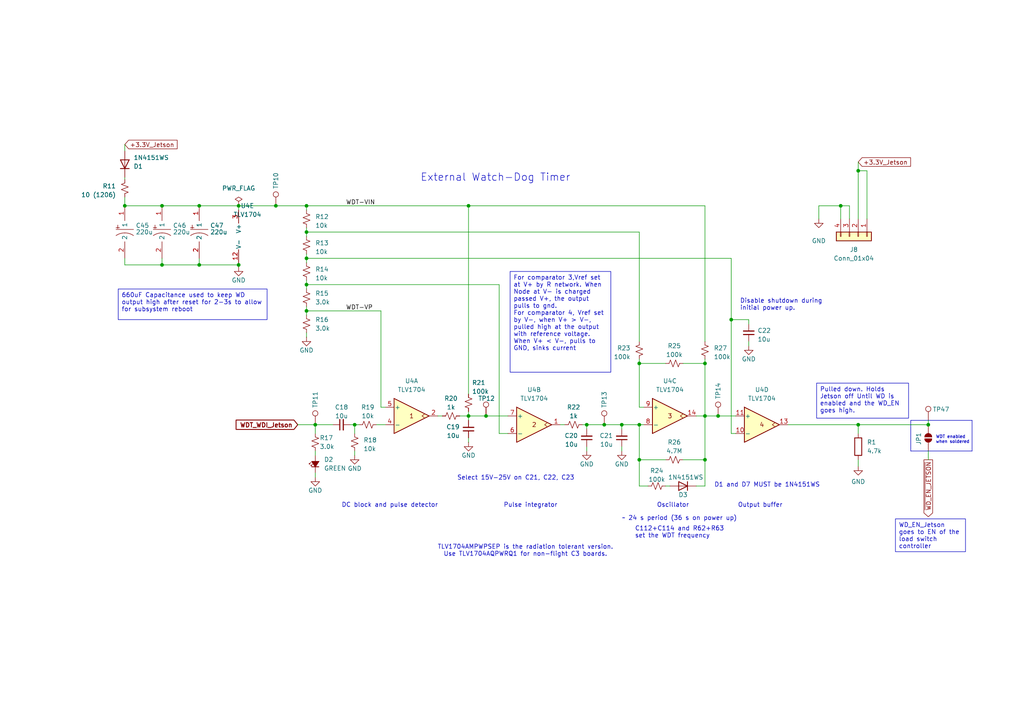
<source format=kicad_sch>
(kicad_sch (version 20250114) (generator "eeschema") (generator_version "9.0")
  (paper "A4")
  (lib_symbols
    (symbol "Connector:TestPoint" (pin_numbers (hide yes)) (pin_names (offset 0.762) (hide yes))
      (property "Reference" "TP" (at 0 6.858 0))
      (property "Value" "TestPoint" (at 0 5.08 0))
      (symbol "TestPoint_0_1"
        (circle (center 0 3.302) (radius 0.762))
      )
      (symbol "TestPoint_1_1"
        (pin passive line (at 0 0 90) (length 2.54) (name "1") (number "1"))
      )
    )
    (symbol "Connector_Generic:Conn_01x04" (pin_names (offset 1.016) (hide yes))
      (property "Reference" "J" (at 0 5.08 0))
      (property "Value" "Conn_01x04" (at 0 -7.62 0))
      (symbol "Conn_01x04_1_1"
        (rectangle (start -1.27 3.81) (end 1.27 -6.35) (stroke (width 0.254)) (fill (type background)))
        (rectangle (start -1.27 2.667) (end 0 2.413) (stroke (width 0.1524)))
        (rectangle (start -1.27 0.127) (end 0 -0.127) (stroke (width 0.1524)))
        (rectangle (start -1.27 -2.413) (end 0 -2.667) (stroke (width 0.1524)))
        (rectangle (start -1.27 -4.953) (end 0 -5.207) (stroke (width 0.1524)))
        (pin passive line (at -5.08 2.54 0) (length 3.81) (name "Pin_1") (number "1"))
        (pin passive line (at -5.08 0 0) (length 3.81) (name "Pin_2") (number "2"))
        (pin passive line (at -5.08 -2.54 0) (length 3.81) (name "Pin_3") (number "3"))
        (pin passive line (at -5.08 -5.08 0) (length 3.81) (name "Pin_4") (number "4"))
      )
    )
    (symbol "Device:C_Small" (pin_numbers (hide yes)) (pin_names (offset 0.254) (hide yes))
      (property "Reference" "C" (at 0.254 1.778 0))
      (property "Value" "C_Small" (at 0.254 -2.032 0))
      (symbol "C_Small_0_1"
        (polyline (pts (xy -1.524 0.508) (xy 1.524 0.508)) (stroke (width 0.3048)))
        (polyline (pts (xy -1.524 -0.508) (xy 1.524 -0.508)) (stroke (width 0.3302)))
      )
      (symbol "C_Small_1_1"
        (pin passive line (at 0 2.54 270) (length 2.032) (name "~") (number "1"))
        (pin passive line (at 0 -2.54 90) (length 2.032) (name "~") (number "2"))
      )
    )
    (symbol "Device:LED_Small_Filled" (pin_numbers (hide yes)) (pin_names (offset 0.254) (hide yes))
      (property "Reference" "D" (at -1.27 3.175 0))
      (property "Value" "LED_Small_Filled" (at -4.445 -2.54 0))
      (symbol "LED_Small_Filled_0_1"
        (polyline (pts (xy -0.762 -1.016) (xy -0.762 1.016)) (stroke (width 0.254)))
        (polyline (pts (xy 0 0.762) (xy -0.508 1.27) (xy -0.254 1.27) (xy -0.508 1.27) (xy -0.508 1.016)))
        (polyline (pts (xy 0.508 1.27) (xy 0 1.778) (xy 0.254 1.778) (xy 0 1.778) (xy 0 1.524)))
        (polyline (pts (xy 0.762 -1.016) (xy -0.762 0) (xy 0.762 1.016) (xy 0.762 -1.016)) (stroke (width 0.254)) (fill (type outline)))
        (polyline (pts (xy 1.016 0) (xy -0.762 0)))
      )
      (symbol "LED_Small_Filled_1_1"
        (pin passive line (at -2.54 0 0) (length 1.778) (name "K") (number "1"))
        (pin passive line (at 2.54 0 180) (length 1.778) (name "A") (number "2"))
      )
    )
    (symbol "Device:R" (pin_numbers (hide yes)) (pin_names (offset 0))
      (property "Reference" "R" (at 2.032 0 90))
      (property "Value" "R" (at 0 0 90))
      (symbol "R_0_1"
        (rectangle (start -1.016 -2.54) (end 1.016 2.54) (stroke (width 0.254)))
      )
      (symbol "R_1_1"
        (pin passive line (at 0 3.81 270) (length 1.27) (name "~") (number "1"))
        (pin passive line (at 0 -3.81 90) (length 1.27) (name "~") (number "2"))
      )
    )
    (symbol "Device:R_Small_US" (pin_numbers (hide yes)) (pin_names (offset 0.254) (hide yes))
      (property "Reference" "R" (at 0.762 0.508 0))
      (property "Value" "R_Small_US" (at 0.762 -1.016 0))
      (symbol "R_Small_US_1_1"
        (polyline (pts (xy 0 1.524) (xy 1.016 1.143) (xy 0 0.762) (xy -1.016 0.381) (xy 0 0)))
        (polyline (pts (xy 0 0) (xy 1.016 -0.381) (xy 0 -0.762) (xy -1.016 -1.143) (xy 0 -1.524)))
        (pin passive line (at 0 2.54 270) (length 1.016) (name "~") (number "1"))
        (pin passive line (at 0 -2.54 90) (length 1.016) (name "~") (number "2"))
      )
    )
    (symbol "EPS:1N4151WS" (pin_numbers (hide yes)) (pin_names (offset 1.016) (hide yes))
      (property "Reference" "D" (at 0 2.54 0))
      (property "Value" "1N4151WS" (at 0 -2.54 0))
      (symbol "1N4151WS_0_1"
        (polyline (pts (xy -1.27 1.27) (xy -1.27 -1.27)) (stroke (width 0.254)))
        (polyline (pts (xy 1.27 1.27) (xy 1.27 -1.27) (xy -1.27 0) (xy 1.27 1.27)) (stroke (width 0.254)))
        (polyline (pts (xy 1.27 0) (xy -1.27 0)))
      )
      (symbol "1N4151WS_1_1"
        (pin passive line (at -3.81 0 0) (length 2.54) (name "K") (number "1"))
        (pin passive line (at 3.81 0 180) (length 2.54) (name "A") (number "2"))
      )
    )
    (symbol "EPS:CA45-D-10V-220μF-K"
      (property "Reference" "C" (at 0 5.08 0))
      (property "Value" "220u" (at 0 -5.08 0))
      (symbol "CA45-D-10V-220μF-K_0_1"
        (arc (start -1.02 2.54) (mid -0.31 0.81) (end -0.25 0))
        (arc (start -0.25 0) (mid -0.27 -0.53) (end -1.02 -2.54))
        (polyline (pts (xy 0.76 2.54) (xy 0.76 -2.54)))
        (rectangle (start 1.02 2.03) (end 2.03 2.03) (fill (type background)))
        (rectangle (start 1.27 2.54) (end 1.27 1.52) (fill (type background)))
        (pin unspecified line (at -7.62 0 0) (length 4.826) (name "2") (number "2"))
        (pin unspecified line (at 7.62 0 180) (length 4.318) (name "1") (number "1"))
      )
    )
    (symbol "EPS:TLV1704AIPWR" (pin_names (offset 0.127))
      (property "Reference" "U13" (at 0 10.16 0))
      (property "Value" "TLV1704" (at 0 7.62 0))
      (symbol "TLV1704AIPWR_1_1"
        (polyline (pts (xy -5.08 5.08) (xy 5.08 0) (xy -5.08 -5.08) (xy -5.08 5.08)) (stroke (width 0.254)) (fill (type background)))
        (polyline (pts (xy 3.048 0) (xy 3.81 -0.635)))
        (polyline (pts (xy 3.81 0.635) (xy 3.048 0)))
        (text "1" (at 0 0 0) (effects (font (size 1.27 1.27))))
        (pin input line (at -7.62 2.54 0) (length 2.54) (name "+") (number "5"))
        (pin input line (at -7.62 -2.54 0) (length 2.54) (name "-") (number "4"))
        (pin open_collector line (at 7.62 0 180) (length 2.54) (name "~") (number "2"))
      )
      (symbol "TLV1704AIPWR_2_1"
        (polyline (pts (xy -5.08 5.08) (xy 5.08 0) (xy -5.08 -5.08) (xy -5.08 5.08)) (stroke (width 0.254)) (fill (type background)))
        (polyline (pts (xy 3.048 0) (xy 3.81 -0.635)))
        (polyline (pts (xy 3.81 0.635) (xy 3.048 0)))
        (text "2" (at 0 0 0) (effects (font (size 1.27 1.27))))
        (pin input line (at -7.62 2.54 0) (length 2.54) (name "+") (number "7"))
        (pin input line (at -7.62 -2.54 0) (length 2.54) (name "-") (number "6"))
        (pin open_collector line (at 7.62 0 180) (length 2.54) (name "~") (number "1"))
      )
      (symbol "TLV1704AIPWR_3_1"
        (polyline (pts (xy -5.08 5.08) (xy 5.08 0) (xy -5.08 -5.08) (xy -5.08 5.08)) (stroke (width 0.254)) (fill (type background)))
        (polyline (pts (xy 3.048 0) (xy 3.81 -0.635)))
        (polyline (pts (xy 3.81 0.635) (xy 3.048 0)))
        (text "3" (at 0 0 0) (effects (font (size 1.27 1.27))))
        (pin input line (at -7.62 2.54 0) (length 2.54) (name "+") (number "9"))
        (pin input line (at -7.62 -2.54 0) (length 2.54) (name "-") (number "8"))
        (pin open_collector line (at 7.62 0 180) (length 2.54) (name "~") (number "14"))
      )
      (symbol "TLV1704AIPWR_4_1"
        (polyline (pts (xy -5.08 5.08) (xy 5.08 0) (xy -5.08 -5.08) (xy -5.08 5.08)) (stroke (width 0.254)) (fill (type background)))
        (polyline (pts (xy 3.048 0) (xy 3.81 -0.635)))
        (polyline (pts (xy 3.81 0.635) (xy 3.048 0)))
        (text "4" (at 0 0 0) (effects (font (size 1.27 1.27))))
        (pin input line (at -7.62 2.54 0) (length 2.54) (name "+") (number "11"))
        (pin input line (at -7.62 -2.54 0) (length 2.54) (name "-") (number "10"))
        (pin open_collector line (at 7.62 0 180) (length 2.54) (name "~") (number "13"))
      )
      (symbol "TLV1704AIPWR_5_1"
        (pin power_in line (at -2.54 7.62 270) (length 3.81) (name "V+") (number "3"))
        (pin power_in line (at -2.54 -7.62 90) (length 3.81) (name "V-") (number "12"))
      )
    )
    (symbol "Jumper:SolderJumper_2_Open" (pin_numbers (hide yes)) (pin_names (offset 0) (hide yes)) (exclude_from_sim yes) (in_bom no)
      (property "Reference" "JP" (at 0 2.032 0))
      (property "Value" "SolderJumper_2_Open" (at 0 -2.54 0))
      (symbol "SolderJumper_2_Open_0_1"
        (polyline (pts (xy -0.254 1.016) (xy -0.254 -1.016)))
        (arc (start -0.254 -1.016) (mid -1.2656 0) (end -0.254 1.016))
        (arc (start -0.254 -1.016) (mid -1.2656 0) (end -0.254 1.016) (fill (type outline)))
        (arc (start 0.254 1.016) (mid 1.2656 0) (end 0.254 -1.016))
        (arc (start 0.254 1.016) (mid 1.2656 0) (end 0.254 -1.016) (fill (type outline)))
        (polyline (pts (xy 0.254 1.016) (xy 0.254 -1.016)))
      )
      (symbol "SolderJumper_2_Open_1_1"
        (pin passive line (at -3.81 0 0) (length 2.54) (name "A") (number "1"))
        (pin passive line (at 3.81 0 180) (length 2.54) (name "B") (number "2"))
      )
    )
    (symbol "power:GND" (power) (pin_numbers (hide yes)) (pin_names (offset 0) (hide yes))
      (property "Value" "GND" (at 0 -3.81 0))
      (symbol "GND_0_1"
        (polyline (pts (xy 0 0) (xy 0 -1.27) (xy 1.27 -1.27) (xy 0 -2.54) (xy -1.27 -1.27) (xy 0 -1.27)))
      )
      (symbol "GND_1_1"
        (pin power_in line (at 0 0 270) (length 0) (name "~") (number "1"))
      )
    )
    (symbol "power:PWR_FLAG" (power) (pin_numbers (hide yes)) (pin_names (offset 0) (hide yes))
      (property "Value" "PWR_FLAG" (at 0 3.81 0))
      (symbol "PWR_FLAG_0_0"
        (pin power_out line (at 0 0 90) (length 0) (name "~") (number "1"))
      )
      (symbol "PWR_FLAG_0_1"
        (polyline (pts (xy 0 0) (xy 0 1.27) (xy -1.016 1.905) (xy 0 2.54) (xy 1.016 1.905) (xy 0 1.27)))
      )
    )
  )
  (text "TLV1704AMPWPSEP is the radiation tolerant version.\nUse TLV1704AQPWRQ1 for non-flight C3 boards." (at 152.4 159.766 0) (effects (font (size 1.27 1.27))))
  (text "Oscillator" (at 190.5 147.32 0) (effects (font (size 1.27 1.27)) (justify left bottom)))
  (text "External Watch-Dog Timer" (at 121.92 52.832 0) (effects (font (size 2.159 2.159)) (justify left bottom)))
  (text "Disable shutdown during\ninitial power up." (at 214.63 90.17 0) (effects (font (size 1.27 1.27)) (justify left bottom)))
  (text "Pulse integrator" (at 146.05 147.32 0) (effects (font (size 1.27 1.27)) (justify left bottom)))
  (text "C112+C114 and R62+R63 \nset the WDT frequency" (at 184.15 156.21 0) (effects (font (size 1.27 1.27)) (justify left bottom)))
  (text "~ 24 s period (36 s on power up)" (at 180.34 151.13 0) (effects (font (size 1.27 1.27)) (justify left bottom)))
  (text "D1 and D7 MUST be 1N4151WS" (at 222.504 140.716 0) (effects (font (size 1.27 1.27))))
  (text "Select 15V-25V on C21, C22, C23" (at 149.606 138.684 0) (effects (font (size 1.27 1.27))))
  (text "Output buffer" (at 213.995 147.32 0) (effects (font (size 1.27 1.27)) (justify left bottom)))
  (text "WDT enabled\nwhen soldered" (at 271.399 128.778 0) (effects (font (size 0.889 0.889)) (justify left bottom)))
  (text "DC block and pulse detector" (at 99.06 147.32 0) (effects (font (size 1.27 1.27)) (justify left bottom)))
  (text_box "Pulled down. Holds Jetson off Until WD is enabled and the WD_EN goes high." (at 236.855 111.125 0) (size 26.67 10.16) (margins 0.9525 0.9525 0.9525 0.9525) (effects (font (size 1.27 1.27)) (justify left top)))
  (text_box "WD_EN_Jetson goes to EN of the load switch controller" (at 259.715 150.495 0) (size 20.32 9.525) (margins 0.9525 0.9525 0.9525 0.9525) (effects (font (size 1.27 1.27)) (justify left top)))
  (text_box "For comparator 3,Vref set at V+ by R network. When Node at V- is charged passed V+, the output pulls to gnd.\nFor comparator 4, Vref set by V-, when V+ > V-, pulled high at the output with reference voltage. When V+ < V-, pulls to GND, sinks current\n\n" (at 147.955 78.74 0) (size 29.21 29.21) (margins 0.9525 0.9525 0.9525 0.9525) (effects (font (size 1.27 1.27)) (justify left top)))
  (text_box "660uF Capacitance used to keep WD output high after reset for 2-3s to allow for subsystem reboot" (at 34.29 83.82 0) (size 43.18 8.89) (margins 0.9525 0.9525 0.9525 0.9525) (effects (font (size 1.27 1.27)) (justify left top)))
  (junction (at 46.99 59.69))
  (junction (at 102.87 123.19))
  (junction (at 204.47 120.65))
  (junction (at 88.9 74.93))
  (junction (at 204.47 105.41))
  (junction (at 88.9 90.17))
  (junction (at 204.47 133.35))
  (junction (at 185.42 105.41))
  (junction (at 185.42 133.35))
  (junction (at 180.34 123.19))
  (junction (at 57.785 76.835))
  (junction (at 248.92 49.53))
  (junction (at 243.84 59.69))
  (junction (at 269.24 123.19))
  (junction (at 80.01 59.69))
  (junction (at 135.89 59.69))
  (junction (at 185.42 123.19))
  (junction (at 88.9 59.69))
  (junction (at 91.44 123.19))
  (junction (at 175.26 123.19))
  (junction (at 69.215 76.835))
  (junction (at 170.18 123.19))
  (junction (at 57.785 59.69))
  (junction (at 212.09 92.71))
  (junction (at 46.99 76.835))
  (junction (at 140.97 120.65))
  (junction (at 135.89 120.65))
  (junction (at 88.9 67.31))
  (junction (at 208.28 120.65))
  (junction (at 36.195 59.69))
  (junction (at 248.92 123.19))
  (junction (at 69.215 59.69))
  (junction (at 88.9 82.55))
  (wire (pts (xy 88.9 82.55) (xy 88.9 83.82)))
  (wire (pts (xy 57.785 76.835) (xy 69.215 76.835)))
  (wire (pts (xy 88.9 90.17) (xy 88.9 91.44)))
  (wire (pts (xy 69.215 76.835) (xy 69.215 76.2)))
  (wire (pts (xy 217.17 100.33) (xy 217.17 99.06)))
  (wire (pts (xy 243.84 59.69) (xy 237.49 59.69)))
  (wire (pts (xy 180.34 123.19) (xy 185.42 123.19)))
  (wire (pts (xy 69.215 77.47) (xy 69.215 76.835)))
  (wire (pts (xy 88.9 90.17) (xy 110.49 90.17)))
  (wire (pts (xy 204.47 120.65) (xy 208.28 120.65)))
  (wire (pts (xy 46.99 76.835) (xy 57.785 76.835)))
  (wire (pts (xy 135.89 120.65) (xy 140.97 120.65)))
  (wire (pts (xy 204.47 140.97) (xy 204.47 133.35)))
  (wire (pts (xy 36.195 76.835) (xy 46.99 76.835)))
  (wire (pts (xy 140.97 120.65) (xy 147.32 120.65)))
  (wire (pts (xy 88.9 82.55) (xy 144.78 82.55)))
  (wire (pts (xy 110.49 90.17) (xy 110.49 118.11)))
  (wire (pts (xy 162.56 123.19) (xy 163.83 123.19)))
  (wire (pts (xy 88.9 67.31) (xy 185.42 67.31)))
  (wire (pts (xy 248.92 133.35) (xy 248.92 135.255)))
  (wire (pts (xy 212.09 92.71) (xy 217.17 92.71)))
  (wire (pts (xy 36.195 41.91) (xy 36.195 43.815)))
  (wire (pts (xy 88.9 81.28) (xy 88.9 82.55)))
  (wire (pts (xy 248.92 49.53) (xy 251.46 49.53)))
  (wire (pts (xy 212.09 92.71) (xy 212.09 125.73)))
  (wire (pts (xy 86.36 123.19) (xy 91.44 123.19)))
  (wire (pts (xy 204.47 104.14) (xy 204.47 105.41)))
  (wire (pts (xy 57.785 74.93) (xy 57.785 76.835)))
  (wire (pts (xy 217.17 93.98) (xy 217.17 92.71)))
  (wire (pts (xy 201.93 120.65) (xy 204.47 120.65)))
  (wire (pts (xy 193.04 140.97) (xy 194.31 140.97)))
  (wire (pts (xy 248.92 63.5) (xy 248.92 49.53)))
  (wire (pts (xy 102.87 130.81) (xy 102.87 132.08)))
  (wire (pts (xy 204.47 105.41) (xy 204.47 120.65)))
  (wire (pts (xy 133.35 120.65) (xy 135.89 120.65)))
  (wire (pts (xy 246.38 59.69) (xy 246.38 63.5)))
  (wire (pts (xy 185.42 140.97) (xy 187.96 140.97)))
  (wire (pts (xy 269.24 130.81) (xy 269.24 133.35)))
  (wire (pts (xy 88.9 88.9) (xy 88.9 90.17)))
  (wire (pts (xy 46.99 59.69) (xy 57.785 59.69)))
  (wire (pts (xy 185.42 104.14) (xy 185.42 105.41)))
  (wire (pts (xy 243.84 63.5) (xy 243.84 59.69)))
  (wire (pts (xy 185.42 140.97) (xy 185.42 133.35)))
  (wire (pts (xy 135.89 128.27) (xy 135.89 127)))
  (wire (pts (xy 88.9 73.66) (xy 88.9 74.93)))
  (wire (pts (xy 91.44 125.73) (xy 91.44 123.19)))
  (wire (pts (xy 170.18 123.19) (xy 175.26 123.19)))
  (wire (pts (xy 36.195 59.69) (xy 46.99 59.69)))
  (wire (pts (xy 201.93 140.97) (xy 204.47 140.97)))
  (wire (pts (xy 185.42 99.06) (xy 185.42 67.31)))
  (wire (pts (xy 91.44 130.81) (xy 91.44 132.08)))
  (polyline (pts (xy 264.16 121.92) (xy 281.94 121.92)))
  (wire (pts (xy 175.26 123.19) (xy 180.34 123.19)))
  (polyline (pts (xy 264.16 130.81) (xy 264.16 121.92)))
  (wire (pts (xy 69.215 59.69) (xy 69.215 60.96)))
  (wire (pts (xy 185.42 118.11) (xy 185.42 105.41)))
  (wire (pts (xy 193.04 133.35) (xy 185.42 133.35)))
  (wire (pts (xy 248.92 123.19) (xy 269.24 123.19)))
  (wire (pts (xy 135.89 59.69) (xy 135.89 114.3)))
  (wire (pts (xy 135.89 120.65) (xy 135.89 121.92)))
  (wire (pts (xy 208.28 120.65) (xy 213.36 120.65)))
  (wire (pts (xy 102.87 123.19) (xy 102.87 125.73)))
  (wire (pts (xy 135.89 120.65) (xy 135.89 119.38)))
  (wire (pts (xy 248.92 123.19) (xy 248.92 125.73)))
  (wire (pts (xy 212.09 74.93) (xy 212.09 92.71)))
  (wire (pts (xy 198.12 133.35) (xy 204.47 133.35)))
  (wire (pts (xy 88.9 74.93) (xy 212.09 74.93)))
  (wire (pts (xy 228.6 123.19) (xy 248.92 123.19)))
  (wire (pts (xy 88.9 67.31) (xy 88.9 68.58)))
  (wire (pts (xy 80.01 59.69) (xy 88.9 59.69)))
  (wire (pts (xy 88.9 96.52) (xy 88.9 97.79)))
  (wire (pts (xy 69.215 59.69) (xy 80.01 59.69)))
  (wire (pts (xy 135.89 59.69) (xy 88.9 59.69)))
  (wire (pts (xy 170.18 123.19) (xy 170.18 124.46)))
  (wire (pts (xy 198.12 105.41) (xy 204.47 105.41)))
  (wire (pts (xy 180.34 124.46) (xy 180.34 123.19)))
  (wire (pts (xy 135.89 59.69) (xy 204.47 59.69)))
  (polyline (pts (xy 281.94 121.92) (xy 281.94 130.81)))
  (wire (pts (xy 88.9 60.96) (xy 88.9 59.69)))
  (wire (pts (xy 269.24 121.92) (xy 269.24 123.19)))
  (wire (pts (xy 91.44 138.43) (xy 91.44 137.16)))
  (wire (pts (xy 185.42 133.35) (xy 185.42 123.19)))
  (wire (pts (xy 88.9 74.93) (xy 88.9 76.2)))
  (wire (pts (xy 144.78 125.73) (xy 147.32 125.73)))
  (wire (pts (xy 180.34 130.81) (xy 180.34 129.54)))
  (wire (pts (xy 144.78 82.55) (xy 144.78 125.73)))
  (wire (pts (xy 185.42 105.41) (xy 193.04 105.41)))
  (wire (pts (xy 237.49 59.69) (xy 237.49 63.5)))
  (wire (pts (xy 127 120.65) (xy 128.27 120.65)))
  (wire (pts (xy 168.91 123.19) (xy 170.18 123.19)))
  (wire (pts (xy 57.785 59.69) (xy 69.215 59.69)))
  (wire (pts (xy 243.84 59.69) (xy 246.38 59.69)))
  (wire (pts (xy 36.195 57.15) (xy 36.195 59.69)))
  (wire (pts (xy 36.195 52.07) (xy 36.195 51.435)))
  (wire (pts (xy 170.18 130.81) (xy 170.18 129.54)))
  (wire (pts (xy 186.69 118.11) (xy 185.42 118.11)))
  (wire (pts (xy 101.6 123.19) (xy 102.87 123.19)))
  (wire (pts (xy 46.99 74.93) (xy 46.99 76.835)))
  (wire (pts (xy 102.87 123.19) (xy 104.14 123.19)))
  (wire (pts (xy 204.47 99.06) (xy 204.47 59.69)))
  (wire (pts (xy 248.92 49.53) (xy 248.92 46.99)))
  (wire (pts (xy 212.09 125.73) (xy 213.36 125.73)))
  (wire (pts (xy 204.47 133.35) (xy 204.47 120.65)))
  (wire (pts (xy 251.46 49.53) (xy 251.46 63.5)))
  (wire (pts (xy 88.9 66.04) (xy 88.9 67.31)))
  (wire (pts (xy 36.195 74.93) (xy 36.195 76.835)))
  (polyline (pts (xy 281.94 130.81) (xy 264.16 130.81)))
  (wire (pts (xy 185.42 123.19) (xy 186.69 123.19)))
  (wire (pts (xy 91.44 123.19) (xy 96.52 123.19)))
  (wire (pts (xy 110.49 118.11) (xy 111.76 118.11)))
  (wire (pts (xy 109.22 123.19) (xy 111.76 123.19)))
  (label "WDT-VP" (at 100.33 90.17 0))
  (label "WDT-VIN" (at 100.33 59.69 0))
  (global_label "+3.3V_Jetson" (shape input) (at 36.195 41.91 0) (property "Intersheetrefs" "${INTERSHEET_REFS}" (effects (hide yes))))
  (global_label "+3.3V_Jetson" (shape input) (at 248.92 46.99 0) (property "Intersheetrefs" "${INTERSHEET_REFS}" (effects (hide yes))))
  (global_label "~{WD_EN_JETSON}" (shape output) (at 269.24 133.35 270) (property "Intersheetrefs" "${INTERSHEET_REFS}" (effects (hide yes))))
  (global_label "WDT_WDI_Jetson" (shape input) (at 86.36 123.19 180) (effects (font (thickness 0.254) (bold yes))) (property "Intersheetrefs" "${INTERSHEET_REFS}" (effects (hide yes))))
  (symbol (lib_id "Device:C_Small") (at 135.89 124.46 0) (mirror x) (unit 1)
    (property "Reference" "C19" (at 133.35 123.8186 0) (effects (justify right)))
    (property "Value" "10u" (at 133.35 126.3586 0) (effects (justify right)))
    (property "Footprint" "Capacitor_SMD:C_1210_3225Metric" (effects (hide yes)))
    (property "Description" "Unpolarized capacitor, small symbol" (effects (hide yes)))
    (property "DPN" "490-12317-1-ND" (effects (hide yes)))
    (property "DST" "Digi-Key" (effects (hide yes)))
    (property "MFR" "Murata" (effects (hide yes)))
    (property "MPN" "GRT188R61C106KE13D" (effects (hide yes)))
  )
  (symbol (lib_id "Device:R_Small_US") (at 91.44 128.27 0) (unit 1)
    (property "Reference" "R17" (at 92.71 127 0) (effects (justify left)))
    (property "Value" "3.0k" (at 92.71 129.54 0) (effects (justify left)))
    (property "Footprint" "Resistor_SMD:R_0603_1608Metric" (effects (hide yes)))
    (property "Description" "Resistor, small US symbol" (effects (hide yes)))
    (property "DPN" "RMCF0603FT3K00CT-ND" (effects (hide yes)))
    (property "DST" "Digi-Key" (effects (hide yes)))
    (property "MFR" "Stackpole Electronics Inc" (effects (hide yes)))
    (property "MPN" "RMCF0603FT3K00" (effects (hide yes)))
    (property "LCSC" "C4211" (effects (hide yes)))
  )
  (symbol (lib_id "power:GND") (at 170.18 130.81 0) (mirror y) (unit 1)
    (property "Reference" "#PWR026" (effects (hide yes)))
    (property "Value" "GND" (at 170.18 134.62 0))
    (property "Description" "Power symbol creates a global label with name \"GND\" , ground" (effects (hide yes)))
  )
  (symbol (lib_id "power:GND") (at 102.87 132.08 0) (unit 1)
    (property "Reference" "#PWR023" (effects (hide yes)))
    (property "Value" "GND" (at 102.87 135.89 0))
    (property "Description" "Power symbol creates a global label with name \"GND\" , ground" (effects (hide yes)))
  )
  (symbol (lib_id "EPS:1N4151WS") (at 36.195 47.625 270) (mirror x) (unit 1)
    (property "Reference" "D1" (at 38.735 48.26 90) (effects (justify left)))
    (property "Value" "1N4151WS" (at 38.735 45.72 90) (effects (justify left)))
    (property "Footprint" "easyeda2kicad:SODFL2512X100N" (effects (hide yes)))
    (property "Datasheet" "https://www.vishay.com/docs/85412/1n4151wsg.pdf" (effects (hide yes)))
    (property "Description" "Diode" (effects (hide yes)))
    (property "DPN" "112-1N4151WS-E3-08CT-ND" (effects (hide yes)))
    (property "DST" "Digi-Key" (effects (hide yes)))
    (property "MFR" "Vishay" (effects (hide yes)))
    (property "MPN" "1N4151WS-E3-08" (effects (hide yes)))
    (property "Sim.Device" "D" (effects (hide yes)))
    (property "Sim.Pins" "1=K 2=A" (effects (hide yes)))
  )
  (symbol (lib_id "EPS:TLV1704AIPWR") (at 71.755 68.58 0) (unit 5)
    (property "Reference" "U4" (at 71.755 59.69 0))
    (property "Value" "TLV1704" (at 71.755 62.23 0))
    (property "Footprint" "Package_SO:TSSOP-14_4.4x5mm_P0.65mm" (effects (hide yes)))
    (property "Datasheet" "https://www.ti.com/lit/ds/symlink/tlv1704-sep.pdf" (effects (hide yes)))
    (property "Description" "Analog Comparators 2.2-V to 36-V, radiation tolerant microPower quad comparator in space enhanced plastic 14-TSSOP -55 to 125" (effects (hide yes)))
    (property "MFR" "Texas Instruments" (effects (hide yes)))
    (property "MPN" "TLV1704AQPWRQ1" (effects (hide yes)))
    (property "DST" "Digi-Key" (effects (hide yes)))
    (property "DPN" "296-43799-2-ND" (effects (hide yes)))
    (property "LCSC" "C181596" (effects (hide yes)))
  )
  (symbol (lib_id "Connector:TestPoint") (at 175.26 123.19 0) (unit 1)
    (property "Reference" "TP13" (at 175.26 118.364 90) (effects (justify left)))
    (property "Value" "TestPoint" (effects (hide yes)))
    (property "Footprint" "TestPoint:TestPoint_Pad_1.0x1.0mm" (effects (hide yes)))
    (property "Description" "test point" (effects (hide yes)))
  )
  (symbol (lib_id "Device:R_Small_US") (at 88.9 71.12 0) (unit 1)
    (property "Reference" "R13" (at 91.44 70.485 0) (effects (justify left)))
    (property "Value" "10k" (at 91.44 73.025 0) (effects (justify left)))
    (property "Footprint" "Resistor_SMD:R_0603_1608Metric" (effects (hide yes)))
    (property "Description" "Resistor, small US symbol" (effects (hide yes)))
    (property "DPN" "RMCF0603FT10K0CT-ND" (effects (hide yes)))
    (property "DST" "Digi-Key" (effects (hide yes)))
    (property "MFR" "Stackpole Electronics Inc" (effects (hide yes)))
    (property "MPN" "RMCF0603FT10K0" (effects (hide yes)))
    (property "LCSC" "C13564" (effects (hide yes)))
  )
  (symbol (lib_id "Connector_Generic:Conn_01x04") (at 248.92 68.58 270) (unit 1)
    (property "Reference" "J8" (at 247.65 72.39 90))
    (property "Value" "Conn_01x04" (at 247.65 74.93 90))
    (property "Footprint" "Connector_PinSocket_2.54mm:PinSocket_1x04_P2.54mm_Vertical" (effects (hide yes)))
    (property "Description" "Generic connector, single row, 01x04, script generated (kicad-library-utils/schlib/autogen/connector/)" (effects (hide yes)))
  )
  (symbol (lib_id "Connector:TestPoint") (at 80.01 59.69 0) (unit 1)
    (property "Reference" "TP10" (at 80.01 54.864 90) (effects (justify left)))
    (property "Value" "TestPoint" (effects (hide yes)))
    (property "Footprint" "TestPoint:TestPoint_Pad_1.0x1.0mm" (effects (hide yes)))
    (property "Description" "test point" (effects (hide yes)))
  )
  (symbol (lib_id "Jumper:SolderJumper_2_Open") (at 269.24 127 270) (unit 1)
    (property "Reference" "JP1" (at 266.446 127.254 0))
    (property "Value" "SolderJumper_2_Open" (effects (hide yes)))
    (property "Footprint" "Jumper:SolderJumper-2_P1.3mm_Open_RoundedPad1.0x1.5mm" (effects (hide yes)))
    (property "Description" "Solder Jumper, 2-pole, open" (effects (hide yes)))
  )
  (symbol (lib_id "Device:R_Small_US") (at 185.42 101.6 0) (mirror x) (unit 1)
    (property "Reference" "R23" (at 182.88 100.965 0) (effects (justify right)))
    (property "Value" "100k" (at 182.88 103.505 0) (effects (justify right)))
    (property "Footprint" "Resistor_SMD:R_0603_1608Metric" (effects (hide yes)))
    (property "Description" "Resistor, small US symbol" (effects (hide yes)))
    (property "DPN" "RMCF0603FT100KCT-ND" (effects (hide yes)))
    (property "DST" "Digi-Key" (effects (hide yes)))
    (property "MFR" "Stackpole Electronics Inc" (effects (hide yes)))
    (property "MPN" "RMCF0603FT100K" (effects (hide yes)))
    (property "LCSC" "C14675" (effects (hide yes)))
  )
  (symbol (lib_id "EPS:CA45-D-10V-220μF-K") (at 46.99 67.31 90) (unit 1)
    (property "Reference" "C46" (at 50.165 65.405 90) (effects (justify right)))
    (property "Value" "220u" (at 50.165 67.31 90) (effects (justify right)))
    (property "Footprint" "EPS:CASE-D_7343" (effects (hide yes)))
    (property "Datasheet" "https://lcsc.com/product-detail/Tantalum-Capacitors_220uF-227-10-10V_C171665.html" (effects (hide yes)))
    (property "Description" "CA45-D-10V-220μF-K" (effects (hide yes)))
    (property "LCSC Part" "C171665" (effects (hide yes)))
  )
  (symbol (lib_id "power:GND") (at 248.92 135.255 0) (unit 1)
    (property "Reference" "#PWR09" (effects (hide yes)))
    (property "Value" "GND" (at 248.92 139.7 0))
    (property "Description" "Power symbol creates a global label with name \"GND\" , ground" (effects (hide yes)))
  )
  (symbol (lib_id "Device:R_Small_US") (at 88.9 78.74 0) (unit 1)
    (property "Reference" "R14" (at 91.44 78.105 0) (effects (justify left)))
    (property "Value" "10k" (at 91.44 80.645 0) (effects (justify left)))
    (property "Footprint" "Resistor_SMD:R_0603_1608Metric" (effects (hide yes)))
    (property "Description" "Resistor, small US symbol" (effects (hide yes)))
    (property "DPN" "RMCF0603FT10K0CT-ND" (effects (hide yes)))
    (property "DST" "Digi-Key" (effects (hide yes)))
    (property "MFR" "Stackpole Electronics Inc" (effects (hide yes)))
    (property "MPN" "RMCF0603FT10K0" (effects (hide yes)))
    (property "LCSC" "C13564" (effects (hide yes)))
  )
  (symbol (lib_id "Device:LED_Small_Filled") (at 91.44 134.62 90) (unit 1)
    (property "Reference" "D2" (at 93.98 133.2865 90) (effects (justify right)))
    (property "Value" "GREEN" (at 93.98 135.8265 90) (effects (justify right)))
    (property "Footprint" "LED_SMD:LED_0603_1608Metric" (effects (hide yes)))
    (property "Description" "Light emitting diode, small symbol, filled shape" (effects (hide yes)))
    (property "DPN" "732-4971-1-ND" (effects (hide yes)))
    (property "DST" "Digi-Key" (effects (hide yes)))
    (property "MFR" "Wurth" (effects (hide yes)))
    (property "MPN" "150060GS75000" (effects (hide yes)))
    (property "Sim.Pins" "1=K 2=A" (effects (hide yes)))
  )
  (symbol (lib_id "Device:R_Small_US") (at 88.9 63.5 0) (unit 1)
    (property "Reference" "R12" (at 91.44 62.865 0) (effects (justify left)))
    (property "Value" "10k" (at 91.44 65.405 0) (effects (justify left)))
    (property "Footprint" "Resistor_SMD:R_0603_1608Metric" (effects (hide yes)))
    (property "Description" "Resistor, small US symbol" (effects (hide yes)))
    (property "DPN" "RMCF0603FT10K0CT-ND" (effects (hide yes)))
    (property "DST" "Digi-Key" (effects (hide yes)))
    (property "MFR" "Stackpole Electronics Inc" (effects (hide yes)))
    (property "MPN" "RMCF0603FT10K0" (effects (hide yes)))
    (property "LCSC" "C13564" (effects (hide yes)))
  )
  (symbol (lib_id "Device:C_Small") (at 170.18 127 0) (mirror x) (unit 1)
    (property "Reference" "C20" (at 167.64 126.3586 0) (effects (justify right)))
    (property "Value" "10u" (at 167.64 128.8986 0) (effects (justify right)))
    (property "Footprint" "Capacitor_SMD:C_1210_3225Metric" (effects (hide yes)))
    (property "Description" "Unpolarized capacitor, small symbol" (effects (hide yes)))
    (property "DPN" "490-12317-1-ND" (effects (hide yes)))
    (property "DST" "Digi-Key" (effects (hide yes)))
    (property "MFR" "Murata" (effects (hide yes)))
    (property "MPN" "GRT188R61C106KE13D" (effects (hide yes)))
  )
  (symbol (lib_id "power:PWR_FLAG") (at 69.215 59.69 0) (unit 1)
    (property "Reference" "#FLG05" (effects (hide yes)))
    (property "Value" "PWR_FLAG" (at 69.215 54.61 0))
    (property "Description" "Special symbol for telling ERC where power comes from" (effects (hide yes)))
  )
  (symbol (lib_id "Device:C_Small") (at 99.06 123.19 90) (unit 1)
    (property "Reference" "C18" (at 99.0663 118.11 90))
    (property "Value" "10u" (at 99.0663 120.65 90))
    (property "Footprint" "Capacitor_SMD:C_1210_3225Metric" (effects (hide yes)))
    (property "Description" "Unpolarized capacitor, small symbol" (effects (hide yes)))
    (property "DPN" "490-12317-1-ND" (effects (hide yes)))
    (property "DST" "Digi-Key" (effects (hide yes)))
    (property "MFR" "Murata" (effects (hide yes)))
    (property "MPN" "GRT188R61C106KE13D" (effects (hide yes)))
  )
  (symbol (lib_id "Connector:TestPoint") (at 140.97 120.65 0) (unit 1)
    (property "Reference" "TP12" (at 138.684 115.57 0) (effects (justify left)))
    (property "Value" "TestPoint" (effects (hide yes)))
    (property "Footprint" "TestPoint:TestPoint_Pad_1.0x1.0mm" (effects (hide yes)))
    (property "Description" "test point" (effects (hide yes)))
  )
  (symbol (lib_id "EPS:TLV1704AIPWR") (at 194.31 120.65 0) (unit 3)
    (property "Reference" "U4" (at 194.31 110.49 0))
    (property "Value" "TLV1704" (at 194.31 113.03 0))
    (property "Footprint" "Package_SO:TSSOP-14_4.4x5mm_P0.65mm" (effects (hide yes)))
    (property "Datasheet" "https://www.ti.com/lit/ds/symlink/tlv1704-sep.pdf" (effects (hide yes)))
    (property "Description" "Analog Comparators 2.2-V to 36-V, radiation tolerant microPower quad comparator in space enhanced plastic 14-TSSOP -55 to 125" (effects (hide yes)))
    (property "MFR" "Texas Instruments" (effects (hide yes)))
    (property "MPN" "TLV1704AQPWRQ1" (effects (hide yes)))
    (property "DST" "Digi-Key" (effects (hide yes)))
    (property "DPN" "296-43799-2-ND" (effects (hide yes)))
    (property "LCSC" "C181596" (effects (hide yes)))
  )
  (symbol (lib_id "EPS:TLV1704AIPWR") (at 154.94 123.19 0) (unit 2)
    (property "Reference" "U4" (at 154.94 113.03 0))
    (property "Value" "TLV1704" (at 154.94 115.57 0))
    (property "Footprint" "Package_SO:TSSOP-14_4.4x5mm_P0.65mm" (effects (hide yes)))
    (property "Datasheet" "https://www.ti.com/lit/ds/symlink/tlv1704-sep.pdf" (effects (hide yes)))
    (property "Description" "Analog Comparators 2.2-V to 36-V, radiation tolerant microPower quad comparator in space enhanced plastic 14-TSSOP -55 to 125" (effects (hide yes)))
    (property "MFR" "Texas Instruments" (effects (hide yes)))
    (property "MPN" "TLV1704AQPWRQ1" (effects (hide yes)))
    (property "DST" "Digi-Key" (effects (hide yes)))
    (property "DPN" "296-43799-2-ND" (effects (hide yes)))
    (property "LCSC" "C181596" (effects (hide yes)))
  )
  (symbol (lib_id "Device:R") (at 248.92 129.54 0) (unit 1)
    (property "Reference" "R1" (at 251.46 128.2699 0) (effects (justify left)))
    (property "Value" "4.7k" (at 251.46 130.8099 0) (effects (justify left)))
    (property "Description" "Resistor" (effects (hide yes)))
  )
  (symbol (lib_id "Device:R_Small_US") (at 88.9 86.36 0) (unit 1)
    (property "Reference" "R15" (at 91.44 85.09 0) (effects (justify left)))
    (property "Value" "3.0k" (at 91.44 87.63 0) (effects (justify left)))
    (property "Footprint" "Resistor_SMD:R_0603_1608Metric" (effects (hide yes)))
    (property "Description" "Resistor, small US symbol" (effects (hide yes)))
    (property "DPN" "RMCF0603FT3K00CT-ND" (effects (hide yes)))
    (property "DST" "Digi-Key" (effects (hide yes)))
    (property "MFR" "Stackpole Electronics Inc" (effects (hide yes)))
    (property "MPN" "RMCF0603FT3K00" (effects (hide yes)))
    (property "LCSC" "C4211" (effects (hide yes)))
  )
  (symbol (lib_id "Device:R_Small_US") (at 88.9 93.98 0) (unit 1)
    (property "Reference" "R16" (at 91.44 92.71 0) (effects (justify left)))
    (property "Value" "3.0k" (at 91.44 95.25 0) (effects (justify left)))
    (property "Footprint" "Resistor_SMD:R_0603_1608Metric" (effects (hide yes)))
    (property "Description" "Resistor, small US symbol" (effects (hide yes)))
    (property "DPN" "RMCF0603FT3K00CT-ND" (effects (hide yes)))
    (property "DST" "Digi-Key" (effects (hide yes)))
    (property "MFR" "Stackpole Electronics Inc" (effects (hide yes)))
    (property "MPN" "RMCF0603FT3K00" (effects (hide yes)))
    (property "LCSC" "C4211" (effects (hide yes)))
  )
  (symbol (lib_id "power:GND") (at 135.89 128.27 0) (unit 1)
    (property "Reference" "#PWR024" (effects (hide yes)))
    (property "Value" "GND" (at 135.89 132.08 0))
    (property "Description" "Power symbol creates a global label with name \"GND\" , ground" (effects (hide yes)))
  )
  (symbol (lib_id "Device:R_Small_US") (at 190.5 140.97 270) (unit 1)
    (property "Reference" "R24" (at 190.5 136.525 90))
    (property "Value" "100k" (at 190.5 139.065 90))
    (property "Footprint" "Resistor_SMD:R_0603_1608Metric" (effects (hide yes)))
    (property "Description" "Resistor, small US symbol" (effects (hide yes)))
    (property "DPN" "RMCF0603FT100KCT-ND" (effects (hide yes)))
    (property "DST" "Digi-Key" (effects (hide yes)))
    (property "MFR" "Stackpole Electronics Inc" (effects (hide yes)))
    (property "MPN" "RMCF0603FT100K" (effects (hide yes)))
    (property "LCSC" "C14675" (effects (hide yes)))
  )
  (symbol (lib_id "power:GND") (at 91.44 138.43 0) (unit 1)
    (property "Reference" "#PWR022" (effects (hide yes)))
    (property "Value" "GND" (at 91.44 142.24 0))
    (property "Description" "Power symbol creates a global label with name \"GND\" , ground" (effects (hide yes)))
  )
  (symbol (lib_id "EPS:1N4151WS") (at 198.12 140.97 180) (unit 1)
    (property "Reference" "D3" (at 198.12 143.51 0))
    (property "Value" "1N4151WS" (at 198.882 138.43 0))
    (property "Footprint" "easyeda2kicad:SODFL2512X100N" (effects (hide yes)))
    (property "Datasheet" "https://www.vishay.com/docs/85412/1n4151wsg.pdf" (effects (hide yes)))
    (property "Description" "Diode" (effects (hide yes)))
    (property "DPN" "112-1N4151WS-E3-08CT-ND" (effects (hide yes)))
    (property "DST" "Digi-Key" (effects (hide yes)))
    (property "MFR" "Vishay" (effects (hide yes)))
    (property "MPN" "1N4151WS-E3-08" (effects (hide yes)))
    (property "Sim.Device" "D" (effects (hide yes)))
    (property "Sim.Pins" "1=K 2=A" (effects (hide yes)))
  )
  (symbol (lib_id "power:GND") (at 217.17 100.33 0) (mirror y) (unit 1)
    (property "Reference" "#PWR029" (effects (hide yes)))
    (property "Value" "GND" (at 217.17 104.14 0))
    (property "Description" "Power symbol creates a global label with name \"GND\" , ground" (effects (hide yes)))
  )
  (symbol (lib_id "Device:R_Small_US") (at 130.81 120.65 90) (unit 1)
    (property "Reference" "R20" (at 130.81 115.57 90))
    (property "Value" "1k" (at 130.81 118.11 90))
    (property "Footprint" "Resistor_SMD:R_0603_1608Metric" (effects (hide yes)))
    (property "Description" "Resistor, small US symbol" (effects (hide yes)))
    (property "DPN" "RMCF0603FT1K00CT-ND" (effects (hide yes)))
    (property "DST" "Digi-Key" (effects (hide yes)))
    (property "MFR" "Stackpole Electronics Inc" (effects (hide yes)))
    (property "MPN" "RMCF0603FT1K00" (effects (hide yes)))
    (property "LCSC" "C13163" (effects (hide yes)))
  )
  (symbol (lib_id "Device:R_Small_US") (at 102.87 128.27 0) (unit 1)
    (property "Reference" "R18" (at 105.41 127.635 0) (effects (justify left)))
    (property "Value" "10k" (at 105.41 130.175 0) (effects (justify left)))
    (property "Footprint" "Resistor_SMD:R_0603_1608Metric" (effects (hide yes)))
    (property "Description" "Resistor, small US symbol" (effects (hide yes)))
    (property "DPN" "RMCF0603FT10K0CT-ND" (effects (hide yes)))
    (property "DST" "Digi-Key" (effects (hide yes)))
    (property "MFR" "Stackpole Electronics Inc" (effects (hide yes)))
    (property "MPN" "RMCF0603FT10K0" (effects (hide yes)))
    (property "LCSC" "C13564" (effects (hide yes)))
  )
  (symbol (lib_id "Device:R_Small_US") (at 36.195 54.61 0) (mirror y) (unit 1)
    (property "Reference" "R11" (at 33.655 53.975 0) (effects (justify left)))
    (property "Value" "10 (1206)" (at 33.655 56.515 0) (effects (justify left)))
    (property "Footprint" "Resistor_SMD:R_1206_3216Metric" (effects (hide yes)))
    (property "Description" "Resistor, small US symbol" (effects (hide yes)))
    (property "DPN" "RHM10.0AFCT-ND" (effects (hide yes)))
    (property "DST" "Digi-Key" (effects (hide yes)))
    (property "MFR" "Rohm Semiconductor" (effects (hide yes)))
    (property "MPN" "ESR18EZPF10R0" (effects (hide yes)))
    (property "LCSC" "C17903" (effects (hide yes)))
  )
  (symbol (lib_id "Connector:TestPoint") (at 269.24 121.92 0) (unit 1)
    (property "Reference" "TP47" (at 270.51 118.745 0) (effects (justify left)))
    (property "Value" "TestPoint" (effects (hide yes)))
    (property "Footprint" "TestPoint:TestPoint_Pad_1.0x1.0mm" (effects (hide yes)))
    (property "Description" "test point" (effects (hide yes)))
  )
  (symbol (lib_id "power:GND") (at 88.9 97.79 0) (unit 1)
    (property "Reference" "#PWR021" (effects (hide yes)))
    (property "Value" "GND" (at 88.9 101.6 0))
    (property "Description" "Power symbol creates a global label with name \"GND\" , ground" (effects (hide yes)))
  )
  (symbol (lib_id "Device:R_Small_US") (at 106.68 123.19 90) (unit 1)
    (property "Reference" "R19" (at 106.68 118.11 90))
    (property "Value" "10k" (at 106.68 120.65 90))
    (property "Footprint" "Resistor_SMD:R_0603_1608Metric" (effects (hide yes)))
    (property "Description" "Resistor, small US symbol" (effects (hide yes)))
    (property "DPN" "RMCF0603FT10K0CT-ND" (effects (hide yes)))
    (property "DST" "Digi-Key" (effects (hide yes)))
    (property "MFR" "Stackpole Electronics Inc" (effects (hide yes)))
    (property "MPN" "RMCF0603FT10K0" (effects (hide yes)))
    (property "LCSC" "C13564" (effects (hide yes)))
  )
  (symbol (lib_id "EPS:TLV1704AIPWR") (at 220.98 123.19 0) (unit 4)
    (property "Reference" "U4" (at 220.98 113.03 0))
    (property "Value" "TLV1704" (at 220.98 115.57 0))
    (property "Footprint" "Package_SO:TSSOP-14_4.4x5mm_P0.65mm" (effects (hide yes)))
    (property "Datasheet" "https://www.ti.com/lit/ds/symlink/tlv1704-sep.pdf" (effects (hide yes)))
    (property "Description" "Analog Comparators 2.2-V to 36-V, radiation tolerant microPower quad comparator in space enhanced plastic 14-TSSOP -55 to 125" (effects (hide yes)))
    (property "MFR" "Texas Instruments" (effects (hide yes)))
    (property "MPN" "TLV1704AQPWRQ1" (effects (hide yes)))
    (property "DST" "Digi-Key" (effects (hide yes)))
    (property "DPN" "296-43799-2-ND" (effects (hide yes)))
    (property "LCSC" "C181596" (effects (hide yes)))
  )
  (symbol (lib_id "Device:R_Small_US") (at 135.89 116.84 0) (unit 1)
    (property "Reference" "R21" (at 136.906 110.998 0) (effects (justify left)))
    (property "Value" "100k" (at 136.906 113.538 0) (effects (justify left)))
    (property "Footprint" "Resistor_SMD:R_0603_1608Metric" (effects (hide yes)))
    (property "Description" "Resistor, small US symbol" (effects (hide yes)))
    (property "DPN" "RMCF0603FT100KCT-ND" (effects (hide yes)))
    (property "DST" "Digi-Key" (effects (hide yes)))
    (property "MFR" "Stackpole Electronics Inc" (effects (hide yes)))
    (property "MPN" "RMCF0603FT100K" (effects (hide yes)))
    (property "LCSC" "C14675" (effects (hide yes)))
  )
  (symbol (lib_id "Connector:TestPoint") (at 208.28 120.65 0) (unit 1)
    (property "Reference" "TP14" (at 208.28 115.824 90) (effects (justify left)))
    (property "Value" "TestPoint" (effects (hide yes)))
    (property "Footprint" "TestPoint:TestPoint_Pad_1.0x1.0mm" (effects (hide yes)))
    (property "Description" "test point" (effects (hide yes)))
  )
  (symbol (lib_id "power:GND") (at 69.215 77.47 0) (mirror y) (unit 1)
    (property "Reference" "#PWR020" (effects (hide yes)))
    (property "Value" "GND" (at 69.215 81.28 0))
    (property "Description" "Power symbol creates a global label with name \"GND\" , ground" (effects (hide yes)))
  )
  (symbol (lib_id "EPS:CA45-D-10V-220μF-K") (at 57.785 67.31 90) (unit 1)
    (property "Reference" "C47" (at 60.96 65.405 90) (effects (justify right)))
    (property "Value" "220u" (at 60.96 67.31 90) (effects (justify right)))
    (property "Footprint" "EPS:CASE-D_7343" (effects (hide yes)))
    (property "Datasheet" "https://lcsc.com/product-detail/Tantalum-Capacitors_220uF-227-10-10V_C171665.html" (effects (hide yes)))
    (property "Description" "CA45-D-10V-220μF-K" (effects (hide yes)))
    (property "LCSC Part" "C171665" (effects (hide yes)))
  )
  (symbol (lib_id "Device:R_Small_US") (at 204.47 101.6 180) (unit 1)
    (property "Reference" "R27" (at 207.01 100.965 0) (effects (justify right)))
    (property "Value" "100k" (at 207.01 103.505 0) (effects (justify right)))
    (property "Footprint" "Resistor_SMD:R_0603_1608Metric" (effects (hide yes)))
    (property "Description" "Resistor, small US symbol" (effects (hide yes)))
    (property "DPN" "RMCF0603FT100KCT-ND" (effects (hide yes)))
    (property "DST" "Digi-Key" (effects (hide yes)))
    (property "MFR" "Stackpole Electronics Inc" (effects (hide yes)))
    (property "MPN" "RMCF0603FT100K" (effects (hide yes)))
    (property "LCSC" "C14675" (effects (hide yes)))
  )
  (symbol (lib_id "power:GND") (at 237.49 63.5 0) (unit 1)
    (property "Reference" "#PWR025" (effects (hide yes)))
    (property "Value" "GND" (at 237.49 69.85 0))
    (property "Description" "Power symbol creates a global label with name \"GND\" , ground" (effects (hide yes)))
  )
  (symbol (lib_id "EPS:CA45-D-10V-220μF-K") (at 36.195 67.31 90) (unit 1)
    (property "Reference" "C45" (at 39.37 65.405 90) (effects (justify right)))
    (property "Value" "220u" (at 39.37 67.31 90) (effects (justify right)))
    (property "Footprint" "EPS:CASE-D_7343" (effects (hide yes)))
    (property "Datasheet" "https://lcsc.com/product-detail/Tantalum-Capacitors_220uF-227-10-10V_C171665.html" (effects (hide yes)))
    (property "Description" "CA45-D-10V-220μF-K" (effects (hide yes)))
    (property "LCSC Part" "C171665" (effects (hide yes)))
  )
  (symbol (lib_id "power:GND") (at 180.34 130.81 0) (mirror y) (unit 1)
    (property "Reference" "#PWR027" (effects (hide yes)))
    (property "Value" "GND" (at 180.34 134.62 0))
    (property "Description" "Power symbol creates a global label with name \"GND\" , ground" (effects (hide yes)))
  )
  (symbol (lib_id "EPS:TLV1704AIPWR") (at 119.38 120.65 0) (unit 1)
    (property "Reference" "U4" (at 119.38 110.49 0))
    (property "Value" "TLV1704" (at 119.38 113.03 0))
    (property "Footprint" "Package_SO:TSSOP-14_4.4x5mm_P0.65mm" (effects (hide yes)))
    (property "Datasheet" "https://www.ti.com/lit/ds/symlink/tlv1704-sep.pdf" (effects (hide yes)))
    (property "Description" "Analog Comparators 2.2-V to 36-V, radiation tolerant microPower quad comparator in space enhanced plastic 14-TSSOP -55 to 125" (effects (hide yes)))
    (property "MFR" "Texas Instruments" (effects (hide yes)))
    (property "MPN" "TLV1704AQPWRQ1" (effects (hide yes)))
    (property "DST" "Digi-Key" (effects (hide yes)))
    (property "DPN" "296-43799-2-ND" (effects (hide yes)))
    (property "LCSC" "C181596" (effects (hide yes)))
  )
  (symbol (lib_id "Device:C_Small") (at 217.17 96.52 180) (unit 1)
    (property "Reference" "C22" (at 219.71 95.8786 0) (effects (justify right)))
    (property "Value" "10u" (at 219.71 98.4186 0) (effects (justify right)))
    (property "Footprint" "Capacitor_SMD:C_1210_3225Metric" (effects (hide yes)))
    (property "Description" "Unpolarized capacitor, small symbol" (effects (hide yes)))
    (property "DPN" "490-12317-1-ND" (effects (hide yes)))
    (property "DST" "Digi-Key" (effects (hide yes)))
    (property "MFR" "Murata" (effects (hide yes)))
    (property "MPN" "GRT188R61C106KE13D" (effects (hide yes)))
  )
  (symbol (lib_id "Device:R_Small_US") (at 166.37 123.19 90) (unit 1)
    (property "Reference" "R22" (at 166.37 118.11 90))
    (property "Value" "1k" (at 166.37 120.65 90))
    (property "Footprint" "Resistor_SMD:R_0603_1608Metric" (effects (hide yes)))
    (property "Description" "Resistor, small US symbol" (effects (hide yes)))
    (property "DPN" "RMCF0603FT1K00CT-ND" (effects (hide yes)))
    (property "DST" "Digi-Key" (effects (hide yes)))
    (property "MFR" "Stackpole Electronics Inc" (effects (hide yes)))
    (property "MPN" "RMCF0603FT1K00" (effects (hide yes)))
    (property "LCSC" "C13163" (effects (hide yes)))
  )
  (symbol (lib_id "Device:R_Small_US") (at 195.58 105.41 90) (unit 1)
    (property "Reference" "R25" (at 195.58 100.33 90))
    (property "Value" "100k" (at 195.58 102.87 90))
    (property "Footprint" "Resistor_SMD:R_0603_1608Metric" (effects (hide yes)))
    (property "Description" "Resistor, small US symbol" (effects (hide yes)))
    (property "DPN" "RMCF0603FT100KCT-ND" (effects (hide yes)))
    (property "DST" "Digi-Key" (effects (hide yes)))
    (property "MFR" "Stackpole Electronics Inc" (effects (hide yes)))
    (property "MPN" "RMCF0603FT100K" (effects (hide yes)))
    (property "LCSC" "C14675" (effects (hide yes)))
  )
  (symbol (lib_id "Device:C_Small") (at 180.34 127 0) (mirror x) (unit 1)
    (property "Reference" "C21" (at 177.8 126.3586 0) (effects (justify right)))
    (property "Value" "10u" (at 177.8 128.8986 0) (effects (justify right)))
    (property "Footprint" "Capacitor_SMD:C_1210_3225Metric" (effects (hide yes)))
    (property "Description" "Unpolarized capacitor, small symbol" (effects (hide yes)))
    (property "DPN" "490-12317-1-ND" (effects (hide yes)))
    (property "DST" "Digi-Key" (effects (hide yes)))
    (property "MFR" "Murata" (effects (hide yes)))
    (property "MPN" "GRT188R61C106KE13D" (effects (hide yes)))
  )
  (symbol (lib_id "Connector:TestPoint") (at 91.44 123.19 0) (unit 1)
    (property "Reference" "TP11" (at 91.44 118.364 90) (effects (justify left)))
    (property "Value" "TestPoint" (effects (hide yes)))
    (property "Footprint" "TestPoint:TestPoint_Pad_1.0x1.0mm" (effects (hide yes)))
    (property "Description" "test point" (effects (hide yes)))
  )
  (symbol (lib_id "Device:R_Small_US") (at 195.58 133.35 270) (unit 1)
    (property "Reference" "R26" (at 195.58 128.27 90))
    (property "Value" "4.7M" (at 195.58 130.81 90))
    (property "Footprint" "Resistor_SMD:R_0603_1608Metric" (effects (hide yes)))
    (property "Description" "Resistor, small US symbol" (effects (hide yes)))
    (property "DPN" "RMCF0603FT4M70CT-ND" (effects (hide yes)))
    (property "DST" "Digi-Key" (effects (hide yes)))
    (property "MFR" "Stackpole Electronics Inc" (effects (hide yes)))
    (property "MPN" "RMCF0603FT4M70" (effects (hide yes)))
  )
)
</source>
